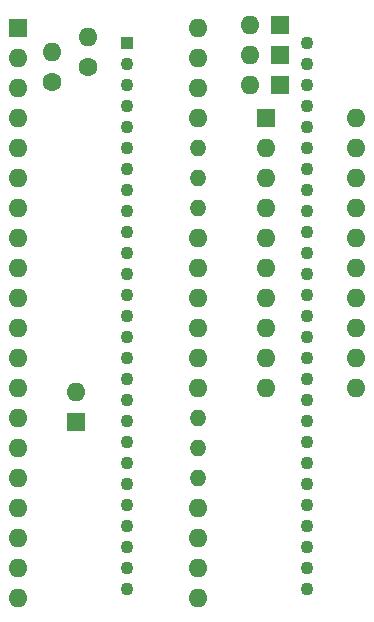
<source format=gts>
G04 #@! TF.GenerationSoftware,KiCad,Pcbnew,(6.0.0)*
G04 #@! TF.CreationDate,2023-01-29T20:38:55-05:00*
G04 #@! TF.ProjectId,tms7000 54 pin adapter,746d7337-3030-4302-9035-342070696e20,rev?*
G04 #@! TF.SameCoordinates,Original*
G04 #@! TF.FileFunction,Soldermask,Top*
G04 #@! TF.FilePolarity,Negative*
%FSLAX46Y46*%
G04 Gerber Fmt 4.6, Leading zero omitted, Abs format (unit mm)*
G04 Created by KiCad (PCBNEW (6.0.0)) date 2023-01-29 20:38:55*
%MOMM*%
%LPD*%
G01*
G04 APERTURE LIST*
%ADD10R,1.600000X1.600000*%
%ADD11O,1.600000X1.600000*%
%ADD12C,1.600000*%
%ADD13R,1.100000X1.100000*%
%ADD14C,1.100000*%
%ADD15O,1.400000X1.400000*%
G04 APERTURE END LIST*
D10*
X124968000Y-81886315D03*
D11*
X124968000Y-79346315D03*
D12*
X125984000Y-51816000D03*
D11*
X125984000Y-49276000D03*
D10*
X141102000Y-56134000D03*
D11*
X141102000Y-58674000D03*
X141102000Y-61214000D03*
X141102000Y-63754000D03*
X141102000Y-66294000D03*
X141102000Y-68834000D03*
X141102000Y-71374000D03*
X141102000Y-73914000D03*
X141102000Y-76454000D03*
X141102000Y-78994000D03*
X148722000Y-78994000D03*
X148722000Y-76454000D03*
X148722000Y-73914000D03*
X148722000Y-71374000D03*
X148722000Y-68834000D03*
X148722000Y-66294000D03*
X148722000Y-63754000D03*
X148722000Y-61214000D03*
X148722000Y-58674000D03*
X148722000Y-56134000D03*
D13*
X129286000Y-49784000D03*
D14*
X129286000Y-51562000D03*
X129286000Y-53340000D03*
X129286000Y-55118000D03*
X129286000Y-56896000D03*
X129286000Y-58674000D03*
X129286000Y-60452000D03*
X129286000Y-62230000D03*
X129286000Y-64008000D03*
X129286000Y-65786000D03*
X129286000Y-67564000D03*
X129286000Y-69342000D03*
X129286000Y-71120000D03*
X129286000Y-72898000D03*
X129286000Y-74676000D03*
X129286000Y-76454000D03*
X129286000Y-78232000D03*
X129286000Y-80010000D03*
X129286000Y-81788000D03*
X129286000Y-83566000D03*
X129286000Y-85344000D03*
X129286000Y-87122000D03*
X129286000Y-88900000D03*
X129286000Y-90678000D03*
X129286000Y-92456000D03*
X129286000Y-94234000D03*
X129286000Y-96012000D03*
X144526000Y-96012000D03*
X144526000Y-94234000D03*
X144526000Y-92456000D03*
X144526000Y-90678000D03*
X144526000Y-88900000D03*
X144526000Y-87122000D03*
X144526000Y-85344000D03*
X144526000Y-83566000D03*
X144526000Y-81788000D03*
X144526000Y-80010000D03*
X144526000Y-78232000D03*
X144526000Y-76454000D03*
X144526000Y-74676000D03*
X144526000Y-72898000D03*
X144526000Y-71120000D03*
X144526000Y-69342000D03*
X144526000Y-67564000D03*
X144526000Y-65786000D03*
X144526000Y-64008000D03*
X144526000Y-62230000D03*
X144526000Y-60452000D03*
X144526000Y-58674000D03*
X144526000Y-56896000D03*
X144526000Y-55118000D03*
X144526000Y-53340000D03*
X144526000Y-51562000D03*
X144526000Y-49784000D03*
D10*
X120116000Y-48531500D03*
D11*
X120116000Y-51071500D03*
X120116000Y-53611500D03*
X120116000Y-56151500D03*
X120116000Y-58691500D03*
X120116000Y-61231500D03*
X120116000Y-63771500D03*
X120116000Y-66311500D03*
X120116000Y-68851500D03*
X120116000Y-71391500D03*
X120116000Y-73931500D03*
X120116000Y-76471500D03*
X120116000Y-79011500D03*
X120116000Y-81551500D03*
X120116000Y-84091500D03*
X120116000Y-86631500D03*
X120116000Y-89171500D03*
X120116000Y-91711500D03*
X120116000Y-94251500D03*
X120116000Y-96791500D03*
X135356000Y-96791500D03*
X135356000Y-94251500D03*
X135356000Y-91711500D03*
X135356000Y-89171500D03*
D15*
X135356000Y-86631500D03*
X135356000Y-84091500D03*
X135356000Y-81551500D03*
D11*
X135356000Y-79011500D03*
X135356000Y-76471500D03*
X135356000Y-73931500D03*
X135356000Y-71391500D03*
X135356000Y-68851500D03*
X135356000Y-66311500D03*
D15*
X135356000Y-63771500D03*
X135356000Y-61231500D03*
X135356000Y-58691500D03*
D11*
X135356000Y-56151500D03*
X135356000Y-53611500D03*
X135356000Y-51071500D03*
X135356000Y-48531500D03*
D12*
X122936000Y-53115000D03*
D11*
X122936000Y-50575000D03*
D10*
X142240000Y-50800000D03*
D11*
X139700000Y-50800000D03*
D10*
X142240000Y-48260000D03*
D11*
X139700000Y-48260000D03*
D10*
X142240000Y-53340000D03*
D11*
X139700000Y-53340000D03*
M02*

</source>
